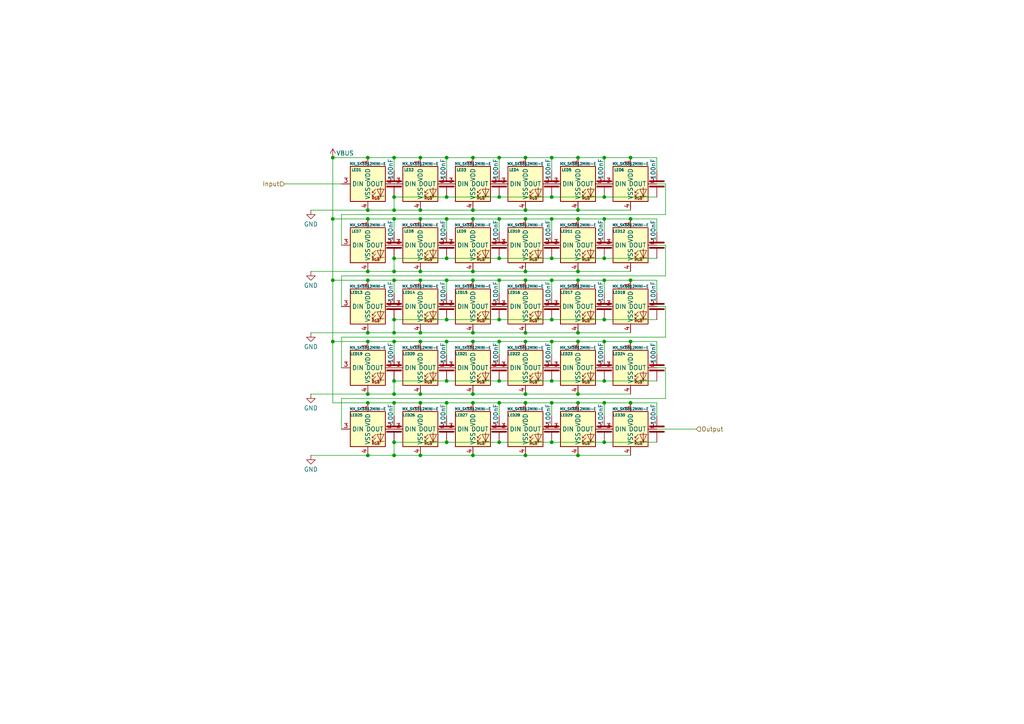
<source format=kicad_sch>
(kicad_sch (version 20250114) (generator "eeschema") (generator_version "9.0")
  (paper "A4")
  (title_block (title "The Interchange Keyboard - Right Module") (date "2025-04-16") (rev "v4.0") (company "Edward Hesketh"))
  (lib_symbols
    (symbol "Device:C" (pin_numbers (hide yes)) (pin_names (offset 0.254))
      (property "Reference" "C" (at 0.635 2.54 0))
      (property "Value" "C" (at 0.635 -2.54 0))
      (symbol "C_0_1"
        (polyline (pts (xy -2.032 0.762) (xy 2.032 0.762)) (stroke (width 0.508)))
        (polyline (pts (xy -2.032 -0.762) (xy 2.032 -0.762)) (stroke (width 0.508)))
      )
      (symbol "C_1_1"
        (pin passive line (at 0 3.81 270) (length 2.794) (name "~") (number "1"))
        (pin passive line (at 0 -3.81 90) (length 2.794) (name "~") (number "2"))
      )
    )
    (symbol "PCM_marbastlib-mx:MX_SK6812MINI-E"
      (property "Reference" "LED" (at 3.175 6.35 0))
      (property "Value" "MX_SK6812MINI-E" (at 10.16 -6.985 0))
      (symbol "MX_SK6812MINI-E_0_0"
        (text "RGB" (at 2.286 -4.191 0) (effects (font (size 0.762 0.762))))
      )
      (symbol "MX_SK6812MINI-E_0_1"
        (rectangle (start -5.08 5.08) (end 5.08 -5.08) (stroke (width 0.254)) (fill (type background)))
        (polyline (pts (xy 1.27 -2.54) (xy 1.778 -2.54)))
        (polyline (pts (xy 1.27 -3.556) (xy 1.778 -3.556)))
        (polyline (pts (xy 2.286 -1.524) (xy 1.27 -2.54) (xy 1.27 -2.032)))
        (polyline (pts (xy 2.286 -2.54) (xy 1.27 -3.556) (xy 1.27 -3.048)))
        (polyline (pts (xy 3.683 -1.016) (xy 3.683 -3.556) (xy 3.683 -4.064)))
        (polyline (pts (xy 4.699 -1.524) (xy 2.667 -1.524) (xy 3.683 -3.556) (xy 4.699 -1.524)))
        (polyline (pts (xy 4.699 -3.556) (xy 2.667 -3.556)))
      )
      (symbol "MX_SK6812MINI-E_1_1"
        (pin input line (at -7.62 0 0) (length 2.54) (name "DIN") (number "3"))
        (pin power_in line (at 0 7.62 270) (length 2.54) (name "VDD") (number "1"))
        (pin power_in line (at 0 -7.62 90) (length 2.54) (name "VSS") (number "4"))
        (pin output line (at 7.62 0 180) (length 2.54) (name "DOUT") (number "2"))
      )
    )
    (symbol "power:GND" (power) (pin_numbers (hide yes)) (pin_names (offset 0) (hide yes))
      (property "Value" "GND" (at 0 -3.81 0))
      (symbol "GND_0_1"
        (polyline (pts (xy 0 0) (xy 0 -1.27) (xy 1.27 -1.27) (xy 0 -2.54) (xy -1.27 -1.27) (xy 0 -1.27)))
      )
      (symbol "GND_1_1"
        (pin power_in line (at 0 0 270) (length 0) (name "~") (number "1"))
      )
    )
    (symbol "power:VBUS" (power) (pin_numbers (hide yes)) (pin_names (offset 0) (hide yes))
      (property "Value" "VBUS" (at 0 3.556 0))
      (symbol "VBUS_0_1"
        (polyline (pts (xy -0.762 1.27) (xy 0 2.54)))
        (polyline (pts (xy 0 2.54) (xy 0.762 1.27)))
        (polyline (pts (xy 0 0) (xy 0 2.54)))
      )
      (symbol "VBUS_1_1"
        (pin power_in line (at 0 0 90) (length 0) (name "~") (number "1"))
      )
    )
  )
  (junction (at 182.88 45.72))
  (junction (at 175.26 57.15))
  (junction (at 106.68 81.28))
  (junction (at 96.52 81.28))
  (junction (at 152.4 99.06))
  (junction (at 152.4 132.08))
  (junction (at 182.88 63.5))
  (junction (at 114.3 78.74))
  (junction (at 121.92 45.72))
  (junction (at 106.68 116.84))
  (junction (at 182.88 81.28))
  (junction (at 129.54 74.93))
  (junction (at 137.16 132.08))
  (junction (at 175.26 63.5))
  (junction (at 144.78 92.71))
  (junction (at 144.78 81.28))
  (junction (at 106.68 114.3))
  (junction (at 167.64 96.52))
  (junction (at 175.26 110.49))
  (junction (at 114.3 92.71))
  (junction (at 152.4 60.96))
  (junction (at 114.3 110.49))
  (junction (at 121.92 132.08))
  (junction (at 160.02 45.72))
  (junction (at 114.3 116.84))
  (junction (at 106.68 63.5))
  (junction (at 160.02 110.49))
  (junction (at 106.68 132.08))
  (junction (at 137.16 116.84))
  (junction (at 129.54 57.15))
  (junction (at 167.64 114.3))
  (junction (at 182.88 116.84))
  (junction (at 175.26 99.06))
  (junction (at 167.64 60.96))
  (junction (at 137.16 63.5))
  (junction (at 129.54 110.49))
  (junction (at 144.78 116.84))
  (junction (at 137.16 99.06))
  (junction (at 160.02 63.5))
  (junction (at 114.3 60.96))
  (junction (at 137.16 96.52))
  (junction (at 152.4 63.5))
  (junction (at 167.64 45.72))
  (junction (at 137.16 114.3))
  (junction (at 114.3 128.27))
  (junction (at 137.16 60.96))
  (junction (at 175.26 128.27))
  (junction (at 96.52 63.5))
  (junction (at 114.3 114.3))
  (junction (at 167.64 81.28))
  (junction (at 182.88 99.06))
  (junction (at 121.92 114.3))
  (junction (at 114.3 81.28))
  (junction (at 114.3 63.5))
  (junction (at 144.78 45.72))
  (junction (at 121.92 99.06))
  (junction (at 121.92 96.52))
  (junction (at 114.3 74.93))
  (junction (at 96.52 99.06))
  (junction (at 175.26 116.84))
  (junction (at 160.02 128.27))
  (junction (at 144.78 128.27))
  (junction (at 121.92 78.74))
  (junction (at 129.54 99.06))
  (junction (at 175.26 74.93))
  (junction (at 167.64 132.08))
  (junction (at 106.68 99.06))
  (junction (at 114.3 96.52))
  (junction (at 175.26 92.71))
  (junction (at 114.3 132.08))
  (junction (at 175.26 81.28))
  (junction (at 167.64 78.74))
  (junction (at 106.68 96.52))
  (junction (at 137.16 45.72))
  (junction (at 144.78 57.15))
  (junction (at 144.78 110.49))
  (junction (at 144.78 74.93))
  (junction (at 160.02 116.84))
  (junction (at 167.64 63.5))
  (junction (at 137.16 78.74))
  (junction (at 152.4 81.28))
  (junction (at 152.4 116.84))
  (junction (at 167.64 116.84))
  (junction (at 106.68 78.74))
  (junction (at 114.3 99.06))
  (junction (at 129.54 92.71))
  (junction (at 144.78 63.5))
  (junction (at 129.54 81.28))
  (junction (at 152.4 45.72))
  (junction (at 129.54 128.27))
  (junction (at 152.4 96.52))
  (junction (at 160.02 74.93))
  (junction (at 167.64 99.06))
  (junction (at 175.26 45.72))
  (junction (at 121.92 81.28))
  (junction (at 129.54 116.84))
  (junction (at 160.02 57.15))
  (junction (at 160.02 92.71))
  (junction (at 121.92 63.5))
  (junction (at 121.92 60.96))
  (junction (at 106.68 45.72))
  (junction (at 160.02 99.06))
  (junction (at 129.54 63.5))
  (junction (at 106.68 60.96))
  (junction (at 129.54 45.72))
  (junction (at 144.78 99.06))
  (junction (at 121.92 116.84))
  (junction (at 114.3 45.72))
  (junction (at 152.4 78.74))
  (junction (at 152.4 114.3))
  (junction (at 114.3 57.15))
  (junction (at 96.52 45.72))
  (junction (at 160.02 81.28))
  (junction (at 137.16 81.28))
  (wire (pts (xy 160.02 116.84) (xy 167.64 116.84)))
  (wire (pts (xy 144.78 92.71) (xy 160.02 92.71)))
  (wire (pts (xy 175.26 99.06) (xy 182.88 99.06)))
  (wire (pts (xy 129.54 67.31) (xy 129.54 63.5)))
  (wire (pts (xy 96.52 45.72) (xy 96.52 63.5)))
  (wire (pts (xy 144.78 45.72) (xy 152.4 45.72)))
  (wire (pts (xy 114.3 110.49) (xy 114.3 114.3)))
  (wire (pts (xy 96.52 81.28) (xy 106.68 81.28)))
  (wire (pts (xy 114.3 67.31) (xy 114.3 63.5)))
  (wire (pts (xy 99.06 62.23) (xy 99.06 71.12)))
  (wire (pts (xy 190.5 102.87) (xy 190.5 99.06)))
  (wire (pts (xy 160.02 45.72) (xy 167.64 45.72)))
  (wire (pts (xy 144.78 81.28) (xy 137.16 81.28)))
  (wire (pts (xy 144.78 116.84) (xy 152.4 116.84)))
  (wire (pts (xy 175.26 102.87) (xy 175.26 99.06)))
  (wire (pts (xy 114.3 116.84) (xy 106.68 116.84)))
  (wire (pts (xy 129.54 99.06) (xy 121.92 99.06)))
  (wire (pts (xy 190.5 49.53) (xy 190.5 45.72)))
  (wire (pts (xy 129.54 85.09) (xy 129.54 81.28)))
  (wire (pts (xy 175.26 128.27) (xy 190.5 128.27)))
  (wire (pts (xy 114.3 120.65) (xy 114.3 116.84)))
  (wire (pts (xy 175.26 63.5) (xy 182.88 63.5)))
  (wire (pts (xy 106.68 114.3) (xy 114.3 114.3)))
  (wire (pts (xy 114.3 116.84) (xy 121.92 116.84)))
  (wire (pts (xy 129.54 81.28) (xy 137.16 81.28)))
  (wire (pts (xy 137.16 78.74) (xy 152.4 78.74)))
  (wire (pts (xy 114.3 81.28) (xy 106.68 81.28)))
  (wire (pts (xy 144.78 63.5) (xy 137.16 63.5)))
  (wire (pts (xy 99.06 80.01) (xy 99.06 88.9)))
  (wire (pts (xy 121.92 78.74) (xy 137.16 78.74)))
  (wire (pts (xy 152.4 96.52) (xy 167.64 96.52)))
  (wire (pts (xy 190.5 67.31) (xy 190.5 63.5)))
  (wire (pts (xy 175.26 92.71) (xy 190.5 92.71)))
  (wire (pts (xy 190.5 45.72) (xy 182.88 45.72)))
  (wire (pts (xy 175.26 120.65) (xy 175.26 116.84)))
  (wire (pts (xy 96.52 99.06) (xy 96.52 116.84)))
  (wire (pts (xy 193.04 53.34) (xy 193.04 62.23)))
  (wire (pts (xy 190.5 88.9) (xy 193.04 88.9)))
  (wire (pts (xy 175.26 49.53) (xy 175.26 45.72)))
  (wire (pts (xy 129.54 116.84) (xy 121.92 116.84)))
  (wire (pts (xy 129.54 45.72) (xy 121.92 45.72)))
  (wire (pts (xy 160.02 99.06) (xy 167.64 99.06)))
  (wire (pts (xy 167.64 78.74) (xy 182.88 78.74)))
  (wire (pts (xy 175.26 63.5) (xy 167.64 63.5)))
  (wire (pts (xy 144.78 57.15) (xy 160.02 57.15)))
  (wire (pts (xy 144.78 128.27) (xy 160.02 128.27)))
  (wire (pts (xy 114.3 63.5) (xy 121.92 63.5)))
  (wire (pts (xy 114.3 78.74) (xy 121.92 78.74)))
  (wire (pts (xy 190.5 71.12) (xy 193.04 71.12)))
  (wire (pts (xy 160.02 49.53) (xy 160.02 45.72)))
  (wire (pts (xy 190.5 120.65) (xy 190.5 116.84)))
  (wire (pts (xy 160.02 81.28) (xy 152.4 81.28)))
  (wire (pts (xy 114.3 114.3) (xy 121.92 114.3)))
  (wire (pts (xy 114.3 57.15) (xy 129.54 57.15)))
  (wire (pts (xy 167.64 114.3) (xy 182.88 114.3)))
  (wire (pts (xy 160.02 92.71) (xy 175.26 92.71)))
  (wire (pts (xy 114.3 74.93) (xy 114.3 78.74)))
  (wire (pts (xy 129.54 128.27) (xy 144.78 128.27)))
  (wire (pts (xy 129.54 81.28) (xy 121.92 81.28)))
  (wire (pts (xy 114.3 63.5) (xy 106.68 63.5)))
  (wire (pts (xy 114.3 128.27) (xy 114.3 132.08)))
  (wire (pts (xy 114.3 99.06) (xy 121.92 99.06)))
  (wire (pts (xy 90.17 132.08) (xy 106.68 132.08)))
  (wire (pts (xy 137.16 132.08) (xy 152.4 132.08)))
  (wire (pts (xy 152.4 114.3) (xy 167.64 114.3)))
  (wire (pts (xy 114.3 45.72) (xy 121.92 45.72)))
  (wire (pts (xy 114.3 85.09) (xy 114.3 81.28)))
  (wire (pts (xy 175.26 85.09) (xy 175.26 81.28)))
  (wire (pts (xy 129.54 110.49) (xy 144.78 110.49)))
  (wire (pts (xy 160.02 81.28) (xy 167.64 81.28)))
  (wire (pts (xy 160.02 57.15) (xy 175.26 57.15)))
  (wire (pts (xy 160.02 110.49) (xy 175.26 110.49)))
  (wire (pts (xy 175.26 110.49) (xy 190.5 110.49)))
  (wire (pts (xy 144.78 85.09) (xy 144.78 81.28)))
  (wire (pts (xy 144.78 116.84) (xy 137.16 116.84)))
  (wire (pts (xy 160.02 120.65) (xy 160.02 116.84)))
  (wire (pts (xy 144.78 67.31) (xy 144.78 63.5)))
  (wire (pts (xy 160.02 102.87) (xy 160.02 99.06)))
  (wire (pts (xy 167.64 60.96) (xy 182.88 60.96)))
  (wire (pts (xy 144.78 49.53) (xy 144.78 45.72)))
  (wire (pts (xy 114.3 96.52) (xy 121.92 96.52)))
  (wire (pts (xy 129.54 63.5) (xy 121.92 63.5)))
  (wire (pts (xy 121.92 96.52) (xy 137.16 96.52)))
  (wire (pts (xy 175.26 99.06) (xy 167.64 99.06)))
  (wire (pts (xy 90.17 78.74) (xy 106.68 78.74)))
  (wire (pts (xy 152.4 78.74) (xy 167.64 78.74)))
  (wire (pts (xy 137.16 60.96) (xy 152.4 60.96)))
  (wire (pts (xy 175.26 45.72) (xy 167.64 45.72)))
  (wire (pts (xy 129.54 92.71) (xy 144.78 92.71)))
  (wire (pts (xy 114.3 45.72) (xy 106.68 45.72)))
  (wire (pts (xy 193.04 62.23) (xy 99.06 62.23)))
  (wire (pts (xy 144.78 63.5) (xy 152.4 63.5)))
  (wire (pts (xy 160.02 63.5) (xy 152.4 63.5)))
  (wire (pts (xy 114.3 49.53) (xy 114.3 45.72)))
  (wire (pts (xy 144.78 99.06) (xy 137.16 99.06)))
  (wire (pts (xy 129.54 102.87) (xy 129.54 99.06)))
  (wire (pts (xy 96.52 116.84) (xy 106.68 116.84)))
  (wire (pts (xy 193.04 71.12) (xy 193.04 80.01)))
  (wire (pts (xy 114.3 128.27) (xy 129.54 128.27)))
  (wire (pts (xy 137.16 114.3) (xy 152.4 114.3)))
  (wire (pts (xy 90.17 114.3) (xy 106.68 114.3)))
  (wire (pts (xy 193.04 106.68) (xy 193.04 115.57)))
  (wire (pts (xy 106.68 78.74) (xy 114.3 78.74)))
  (wire (pts (xy 175.26 74.93) (xy 190.5 74.93)))
  (wire (pts (xy 175.26 81.28) (xy 167.64 81.28)))
  (wire (pts (xy 152.4 60.96) (xy 167.64 60.96)))
  (wire (pts (xy 190.5 99.06) (xy 182.88 99.06)))
  (wire (pts (xy 152.4 132.08) (xy 167.64 132.08)))
  (wire (pts (xy 82.55 53.34) (xy 99.06 53.34)))
  (wire (pts (xy 193.04 88.9) (xy 193.04 97.79)))
  (wire (pts (xy 121.92 114.3) (xy 137.16 114.3)))
  (wire (pts (xy 114.3 102.87) (xy 114.3 99.06)))
  (wire (pts (xy 114.3 92.71) (xy 129.54 92.71)))
  (wire (pts (xy 144.78 45.72) (xy 137.16 45.72)))
  (wire (pts (xy 190.5 124.46) (xy 201.93 124.46)))
  (wire (pts (xy 90.17 96.52) (xy 106.68 96.52)))
  (wire (pts (xy 129.54 99.06) (xy 137.16 99.06)))
  (wire (pts (xy 137.16 96.52) (xy 152.4 96.52)))
  (wire (pts (xy 167.64 132.08) (xy 182.88 132.08)))
  (wire (pts (xy 129.54 74.93) (xy 144.78 74.93)))
  (wire (pts (xy 160.02 74.93) (xy 175.26 74.93)))
  (wire (pts (xy 114.3 60.96) (xy 121.92 60.96)))
  (wire (pts (xy 160.02 99.06) (xy 152.4 99.06)))
  (wire (pts (xy 144.78 120.65) (xy 144.78 116.84)))
  (wire (pts (xy 121.92 60.96) (xy 137.16 60.96)))
  (wire (pts (xy 190.5 53.34) (xy 193.04 53.34)))
  (wire (pts (xy 144.78 81.28) (xy 152.4 81.28)))
  (wire (pts (xy 96.52 63.5) (xy 106.68 63.5)))
  (wire (pts (xy 190.5 85.09) (xy 190.5 81.28)))
  (wire (pts (xy 160.02 67.31) (xy 160.02 63.5)))
  (wire (pts (xy 114.3 132.08) (xy 121.92 132.08)))
  (wire (pts (xy 193.04 80.01) (xy 99.06 80.01)))
  (wire (pts (xy 129.54 45.72) (xy 137.16 45.72)))
  (wire (pts (xy 190.5 106.68) (xy 193.04 106.68)))
  (wire (pts (xy 190.5 63.5) (xy 182.88 63.5)))
  (wire (pts (xy 160.02 85.09) (xy 160.02 81.28)))
  (wire (pts (xy 175.26 67.31) (xy 175.26 63.5)))
  (wire (pts (xy 175.26 116.84) (xy 167.64 116.84)))
  (wire (pts (xy 106.68 96.52) (xy 114.3 96.52)))
  (wire (pts (xy 96.52 99.06) (xy 106.68 99.06)))
  (wire (pts (xy 106.68 60.96) (xy 114.3 60.96)))
  (wire (pts (xy 129.54 116.84) (xy 137.16 116.84)))
  (wire (pts (xy 144.78 102.87) (xy 144.78 99.06)))
  (wire (pts (xy 129.54 57.15) (xy 144.78 57.15)))
  (wire (pts (xy 129.54 120.65) (xy 129.54 116.84)))
  (wire (pts (xy 99.06 115.57) (xy 99.06 124.46)))
  (wire (pts (xy 144.78 74.93) (xy 160.02 74.93)))
  (wire (pts (xy 129.54 49.53) (xy 129.54 45.72)))
  (wire (pts (xy 160.02 116.84) (xy 152.4 116.84)))
  (wire (pts (xy 114.3 110.49) (xy 129.54 110.49)))
  (wire (pts (xy 114.3 99.06) (xy 106.68 99.06)))
  (wire (pts (xy 96.52 81.28) (xy 96.52 99.06)))
  (wire (pts (xy 193.04 115.57) (xy 99.06 115.57)))
  (wire (pts (xy 193.04 97.79) (xy 99.06 97.79)))
  (wire (pts (xy 175.26 45.72) (xy 182.88 45.72)))
  (wire (pts (xy 96.52 63.5) (xy 96.52 81.28)))
  (wire (pts (xy 160.02 128.27) (xy 175.26 128.27)))
  (wire (pts (xy 106.68 132.08) (xy 114.3 132.08)))
  (wire (pts (xy 190.5 116.84) (xy 182.88 116.84)))
  (wire (pts (xy 129.54 63.5) (xy 137.16 63.5)))
  (wire (pts (xy 114.3 81.28) (xy 121.92 81.28)))
  (wire (pts (xy 121.92 132.08) (xy 137.16 132.08)))
  (wire (pts (xy 175.26 116.84) (xy 182.88 116.84)))
  (wire (pts (xy 160.02 45.72) (xy 152.4 45.72)))
  (wire (pts (xy 114.3 57.15) (xy 114.3 60.96)))
  (wire (pts (xy 144.78 99.06) (xy 152.4 99.06)))
  (wire (pts (xy 114.3 74.93) (xy 129.54 74.93)))
  (wire (pts (xy 114.3 92.71) (xy 114.3 96.52)))
  (wire (pts (xy 167.64 96.52) (xy 182.88 96.52)))
  (wire (pts (xy 99.06 97.79) (xy 99.06 106.68)))
  (wire (pts (xy 175.26 81.28) (xy 182.88 81.28)))
  (wire (pts (xy 144.78 110.49) (xy 160.02 110.49)))
  (wire (pts (xy 96.52 45.72) (xy 106.68 45.72)))
  (wire (pts (xy 160.02 63.5) (xy 167.64 63.5)))
  (wire (pts (xy 175.26 57.15) (xy 190.5 57.15)))
  (wire (pts (xy 190.5 81.28) (xy 182.88 81.28)))
  (wire (pts (xy 90.17 60.96) (xy 106.68 60.96)))
  (hierarchical_label "Input" (shape input) (at 82.55 53.34 180))
  (hierarchical_label "Output" (shape input) (at 201.93 124.46 0))
  (symbol (lib_id "Device:C") (at 190.5 53.34 180) (unit 1)
    (property "Reference" "C6" (effects (hide yes)))
    (property "Value" "100nF" (at 189.484 52.07 90) (effects (justify right)))
    (property "Footprint" "Capacitor_SMD:C_0603_1608Metric_Pad1.08x0.95mm_HandSolder" (effects (hide yes)))
    (property "Description" "Unpolarized capacitor" (effects (hide yes)))
  )
  (symbol (lib_id "Device:C") (at 160.02 71.12 180) (unit 1)
    (property "Reference" "C10" (effects (hide yes)))
    (property "Value" "100nF" (at 159.004 69.85 90) (effects (justify right)))
    (property "Footprint" "Capacitor_SMD:C_0603_1608Metric_Pad1.08x0.95mm_HandSolder" (effects (hide yes)))
    (property "Description" "Unpolarized capacitor" (effects (hide yes)))
  )
  (symbol (lib_id "PCM_marbastlib-mx:MX_SK6812MINI-E") (at 167.64 88.9 0) (unit 1)
    (property "Reference" "LED17" (at 164.338 84.836 0) (effects (font (size 0.75 0.75))))
    (property "Value" "MX_SK6812MINI-E" (at 167.64 83.058 0) (effects (font (size 0.75 0.75))))
    (property "Footprint" "CustomFootprints:LED_MX_6028R-ROT_Custom" (effects (hide yes)))
  )
  (symbol (lib_id "PCM_marbastlib-mx:MX_SK6812MINI-E") (at 182.88 88.9 0) (unit 1)
    (property "Reference" "LED18" (at 179.578 84.836 0) (effects (font (size 0.75 0.75))))
    (property "Value" "MX_SK6812MINI-E" (at 182.88 83.058 0) (effects (font (size 0.75 0.75))))
    (property "Footprint" "CustomFootprints:LED_MX_6028R-ROT_Custom" (effects (hide yes)))
  )
  (symbol (lib_id "power:GND") (at 90.17 132.08 0) (unit 1)
    (property "Reference" "#PWR038" (effects (hide yes)))
    (property "Value" "GND" (at 90.17 136.144 0))
  )
  (symbol (lib_id "Device:C") (at 190.5 124.46 180) (unit 1)
    (property "Reference" "C30" (effects (hide yes)))
    (property "Value" "100nF" (at 189.484 123.19 90) (effects (justify right)))
    (property "Footprint" "Capacitor_SMD:C_0603_1608Metric_Pad1.08x0.95mm_HandSolder" (effects (hide yes)))
    (property "Description" "Unpolarized capacitor" (effects (hide yes)))
  )
  (symbol (lib_id "Device:C") (at 175.26 124.46 180) (unit 1)
    (property "Reference" "C29" (effects (hide yes)))
    (property "Value" "100nF" (at 174.244 123.19 90) (effects (justify right)))
    (property "Footprint" "Capacitor_SMD:C_0603_1608Metric_Pad1.08x0.95mm_HandSolder" (effects (hide yes)))
    (property "Description" "Unpolarized capacitor" (effects (hide yes)))
  )
  (symbol (lib_id "Device:C") (at 129.54 53.34 180) (unit 1)
    (property "Reference" "C2" (effects (hide yes)))
    (property "Value" "100nF" (at 128.524 52.07 90) (effects (justify right)))
    (property "Footprint" "Capacitor_SMD:C_0603_1608Metric_Pad1.08x0.95mm_HandSolder" (effects (hide yes)))
    (property "Description" "Unpolarized capacitor" (effects (hide yes)))
  )
  (symbol (lib_id "Device:C") (at 144.78 53.34 180) (unit 1)
    (property "Reference" "C3" (effects (hide yes)))
    (property "Value" "100nF" (at 143.764 52.07 90) (effects (justify right)))
    (property "Footprint" "Capacitor_SMD:C_0603_1608Metric_Pad1.08x0.95mm_HandSolder" (effects (hide yes)))
    (property "Description" "Unpolarized capacitor" (effects (hide yes)))
  )
  (symbol (lib_id "Device:C") (at 160.02 53.34 180) (unit 1)
    (property "Reference" "C4" (effects (hide yes)))
    (property "Value" "100nF" (at 159.004 52.07 90) (effects (justify right)))
    (property "Footprint" "Capacitor_SMD:C_0603_1608Metric_Pad1.08x0.95mm_HandSolder" (effects (hide yes)))
    (property "Description" "Unpolarized capacitor" (effects (hide yes)))
  )
  (symbol (lib_id "Device:C") (at 114.3 106.68 180) (unit 1)
    (property "Reference" "C19" (effects (hide yes)))
    (property "Value" "100nF" (at 113.284 105.41 90) (effects (justify right)))
    (property "Footprint" "Capacitor_SMD:C_0603_1608Metric_Pad1.08x0.95mm_HandSolder" (effects (hide yes)))
    (property "Description" "Unpolarized capacitor" (effects (hide yes)))
  )
  (symbol (lib_id "PCM_marbastlib-mx:MX_SK6812MINI-E") (at 167.64 71.12 0) (unit 1)
    (property "Reference" "LED11" (at 164.338 67.056 0) (effects (font (size 0.75 0.75))))
    (property "Value" "MX_SK6812MINI-E" (at 167.64 65.278 0) (effects (font (size 0.75 0.75))))
    (property "Footprint" "CustomFootprints:LED_MX_6028R-ROT_Custom" (effects (hide yes)))
  )
  (symbol (lib_id "PCM_marbastlib-mx:MX_SK6812MINI-E") (at 137.16 53.34 0) (unit 1)
    (property "Reference" "LED3" (at 133.858 49.276 0) (effects (font (size 0.75 0.75))))
    (property "Value" "MX_SK6812MINI-E" (at 137.16 47.498 0) (effects (font (size 0.75 0.75))))
    (property "Footprint" "CustomFootprints:LED_MX_6028R-ROT_Custom" (effects (hide yes)))
  )
  (symbol (lib_id "PCM_marbastlib-mx:MX_SK6812MINI-E") (at 121.92 71.12 0) (unit 1)
    (property "Reference" "LED8" (at 118.618 67.056 0) (effects (font (size 0.75 0.75))))
    (property "Value" "MX_SK6812MINI-E" (at 121.92 65.278 0) (effects (font (size 0.75 0.75))))
    (property "Footprint" "CustomFootprints:LED_MX_6028R-ROT_Custom" (effects (hide yes)))
  )
  (symbol (lib_id "PCM_marbastlib-mx:MX_SK6812MINI-E") (at 121.92 106.68 0) (unit 1)
    (property "Reference" "LED20" (at 118.618 102.616 0) (effects (font (size 0.75 0.75))))
    (property "Value" "MX_SK6812MINI-E" (at 121.92 100.838 0) (effects (font (size 0.75 0.75))))
    (property "Footprint" "CustomFootprints:LED_MX_6028R-ROT_Custom" (effects (hide yes)))
  )
  (symbol (lib_id "PCM_marbastlib-mx:MX_SK6812MINI-E") (at 137.16 88.9 0) (unit 1)
    (property "Reference" "LED15" (at 133.858 84.836 0) (effects (font (size 0.75 0.75))))
    (property "Value" "MX_SK6812MINI-E" (at 137.16 83.058 0) (effects (font (size 0.75 0.75))))
    (property "Footprint" "CustomFootprints:LED_MX_6028R-ROT_Custom" (effects (hide yes)))
  )
  (symbol (lib_id "PCM_marbastlib-mx:MX_SK6812MINI-E") (at 106.68 88.9 0) (unit 1)
    (property "Reference" "LED13" (at 103.378 84.836 0) (effects (font (size 0.75 0.75))))
    (property "Value" "MX_SK6812MINI-E" (at 106.68 83.058 0) (effects (font (size 0.75 0.75))))
    (property "Footprint" "CustomFootprints:LED_MX_6028R-ROT_Custom" (effects (hide yes)))
  )
  (symbol (lib_id "PCM_marbastlib-mx:MX_SK6812MINI-E") (at 106.68 53.34 0) (unit 1)
    (property "Reference" "LED1" (at 103.378 49.276 0) (effects (font (size 0.75 0.75))))
    (property "Value" "MX_SK6812MINI-E" (at 106.68 47.498 0) (effects (font (size 0.75 0.75))))
    (property "Footprint" "CustomFootprints:LED_MX_6028R-ROT_Custom" (effects (hide yes)))
  )
  (symbol (lib_id "PCM_marbastlib-mx:MX_SK6812MINI-E") (at 152.4 71.12 0) (unit 1)
    (property "Reference" "LED10" (at 149.098 67.056 0) (effects (font (size 0.75 0.75))))
    (property "Value" "MX_SK6812MINI-E" (at 152.4 65.278 0) (effects (font (size 0.75 0.75))))
    (property "Footprint" "CustomFootprints:LED_MX_6028R-ROT_Custom" (effects (hide yes)))
  )
  (symbol (lib_id "Device:C") (at 160.02 124.46 180) (unit 1)
    (property "Reference" "C28" (effects (hide yes)))
    (property "Value" "100nF" (at 159.004 123.19 90) (effects (justify right)))
    (property "Footprint" "Capacitor_SMD:C_0603_1608Metric_Pad1.08x0.95mm_HandSolder" (effects (hide yes)))
    (property "Description" "Unpolarized capacitor" (effects (hide yes)))
  )
  (symbol (lib_id "PCM_marbastlib-mx:MX_SK6812MINI-E") (at 121.92 53.34 0) (unit 1)
    (property "Reference" "LED2" (at 118.618 49.276 0) (effects (font (size 0.75 0.75))))
    (property "Value" "MX_SK6812MINI-E" (at 121.92 47.498 0) (effects (font (size 0.75 0.75))))
    (property "Footprint" "CustomFootprints:LED_MX_6028R-ROT_Custom" (effects (hide yes)))
  )
  (symbol (lib_id "PCM_marbastlib-mx:MX_SK6812MINI-E") (at 167.64 106.68 0) (unit 1)
    (property "Reference" "LED23" (at 164.338 102.616 0) (effects (font (size 0.75 0.75))))
    (property "Value" "MX_SK6812MINI-E" (at 167.64 100.838 0) (effects (font (size 0.75 0.75))))
    (property "Footprint" "CustomFootprints:LED_MX_6028R-ROT_Custom" (effects (hide yes)))
  )
  (symbol (lib_id "PCM_marbastlib-mx:MX_SK6812MINI-E") (at 137.16 71.12 0) (unit 1)
    (property "Reference" "LED9" (at 133.858 67.056 0) (effects (font (size 0.75 0.75))))
    (property "Value" "MX_SK6812MINI-E" (at 137.16 65.278 0) (effects (font (size 0.75 0.75))))
    (property "Footprint" "CustomFootprints:LED_MX_6028R-ROT_Custom" (effects (hide yes)))
  )
  (symbol (lib_id "Device:C") (at 175.26 71.12 180) (unit 1)
    (property "Reference" "C11" (effects (hide yes)))
    (property "Value" "100nF" (at 174.244 69.85 90) (effects (justify right)))
    (property "Footprint" "Capacitor_SMD:C_0603_1608Metric_Pad1.08x0.95mm_HandSolder" (effects (hide yes)))
    (property "Description" "Unpolarized capacitor" (effects (hide yes)))
  )
  (symbol (lib_id "PCM_marbastlib-mx:MX_SK6812MINI-E") (at 152.4 88.9 0) (unit 1)
    (property "Reference" "LED16" (at 149.098 84.836 0) (effects (font (size 0.75 0.75))))
    (property "Value" "MX_SK6812MINI-E" (at 152.4 83.058 0) (effects (font (size 0.75 0.75))))
    (property "Footprint" "CustomFootprints:LED_MX_6028R-ROT_Custom" (effects (hide yes)))
  )
  (symbol (lib_id "Device:C") (at 129.54 124.46 180) (unit 1)
    (property "Reference" "C26" (effects (hide yes)))
    (property "Value" "100nF" (at 128.524 123.19 90) (effects (justify right)))
    (property "Footprint" "Capacitor_SMD:C_0603_1608Metric_Pad1.08x0.95mm_HandSolder" (effects (hide yes)))
    (property "Description" "Unpolarized capacitor" (effects (hide yes)))
  )
  (symbol (lib_id "PCM_marbastlib-mx:MX_SK6812MINI-E") (at 121.92 124.46 0) (unit 1)
    (property "Reference" "LED26" (at 118.618 120.396 0) (effects (font (size 0.75 0.75))))
    (property "Value" "MX_SK6812MINI-E" (at 121.92 118.618 0) (effects (font (size 0.75 0.75))))
    (property "Footprint" "CustomFootprints:LED_MX_6028R-ROT_Custom" (effects (hide yes)))
  )
  (symbol (lib_id "PCM_marbastlib-mx:MX_SK6812MINI-E") (at 137.16 124.46 0) (unit 1)
    (property "Reference" "LED27" (at 133.858 120.396 0) (effects (font (size 0.75 0.75))))
    (property "Value" "MX_SK6812MINI-E" (at 137.16 118.618 0) (effects (font (size 0.75 0.75))))
    (property "Footprint" "CustomFootprints:LED_MX_6028R-ROT_Custom" (effects (hide yes)))
  )
  (symbol (lib_id "Device:C") (at 129.54 88.9 180) (unit 1)
    (property "Reference" "C14" (effects (hide yes)))
    (property "Value" "100nF" (at 128.524 87.63 90) (effects (justify right)))
    (property "Footprint" "Capacitor_SMD:C_0603_1608Metric_Pad1.08x0.95mm_HandSolder" (effects (hide yes)))
    (property "Description" "Unpolarized capacitor" (effects (hide yes)))
  )
  (symbol (lib_id "PCM_marbastlib-mx:MX_SK6812MINI-E") (at 152.4 53.34 0) (unit 1)
    (property "Reference" "LED4" (at 149.098 49.276 0) (effects (font (size 0.75 0.75))))
    (property "Value" "MX_SK6812MINI-E" (at 152.4 47.498 0) (effects (font (size 0.75 0.75))))
    (property "Footprint" "CustomFootprints:LED_MX_6028R-ROT_Custom" (effects (hide yes)))
  )
  (symbol (lib_id "power:VBUS") (at 96.52 45.72 0) (unit 1)
    (property "Reference" "#PWR016" (effects (hide yes)))
    (property "Value" "VBUS" (at 100.076 44.45 0))
    (property "Description" "Power symbol creates a global label with name \"VBUS\"" (effects (hide yes)))
  )
  (symbol (lib_id "PCM_marbastlib-mx:MX_SK6812MINI-E") (at 106.68 71.12 0) (unit 1)
    (property "Reference" "LED7" (at 103.378 67.056 0) (effects (font (size 0.75 0.75))))
    (property "Value" "MX_SK6812MINI-E" (at 106.68 65.278 0) (effects (font (size 0.75 0.75))))
    (property "Footprint" "CustomFootprints:LED_MX_6028R-ROT_Custom" (effects (hide yes)))
  )
  (symbol (lib_id "PCM_marbastlib-mx:MX_SK6812MINI-E") (at 106.68 124.46 0) (unit 1)
    (property "Reference" "LED25" (at 103.378 120.396 0) (effects (font (size 0.75 0.75))))
    (property "Value" "MX_SK6812MINI-E" (at 106.68 118.618 0) (effects (font (size 0.75 0.75))))
    (property "Footprint" "CustomFootprints:LED_MX_6028R-ROT_Custom" (effects (hide yes)))
  )
  (symbol (lib_id "Device:C") (at 190.5 71.12 180) (unit 1)
    (property "Reference" "C12" (effects (hide yes)))
    (property "Value" "100nF" (at 189.484 69.85 90) (effects (justify right)))
    (property "Footprint" "Capacitor_SMD:C_0603_1608Metric_Pad1.08x0.95mm_HandSolder" (effects (hide yes)))
    (property "Description" "Unpolarized capacitor" (effects (hide yes)))
  )
  (symbol (lib_id "PCM_marbastlib-mx:MX_SK6812MINI-E") (at 167.64 124.46 0) (unit 1)
    (property "Reference" "LED29" (at 164.338 120.396 0) (effects (font (size 0.75 0.75))))
    (property "Value" "MX_SK6812MINI-E" (at 167.64 118.618 0) (effects (font (size 0.75 0.75))))
    (property "Footprint" "CustomFootprints:LED_MX_6028R-ROT_Custom" (effects (hide yes)))
  )
  (symbol (lib_id "Device:C") (at 114.3 71.12 180) (unit 1)
    (property "Reference" "C7" (effects (hide yes)))
    (property "Value" "100nF" (at 113.284 69.85 90) (effects (justify right)))
    (property "Footprint" "Capacitor_SMD:C_0603_1608Metric_Pad1.08x0.95mm_HandSolder" (effects (hide yes)))
    (property "Description" "Unpolarized capacitor" (effects (hide yes)))
  )
  (symbol (lib_id "Device:C") (at 144.78 106.68 180) (unit 1)
    (property "Reference" "C21" (effects (hide yes)))
    (property "Value" "100nF" (at 143.764 105.41 90) (effects (justify right)))
    (property "Footprint" "Capacitor_SMD:C_0603_1608Metric_Pad1.08x0.95mm_HandSolder" (effects (hide yes)))
    (property "Description" "Unpolarized capacitor" (effects (hide yes)))
  )
  (symbol (lib_id "Device:C") (at 175.26 106.68 180) (unit 1)
    (property "Reference" "C23" (effects (hide yes)))
    (property "Value" "100nF" (at 174.244 105.41 90) (effects (justify right)))
    (property "Footprint" "Capacitor_SMD:C_0603_1608Metric_Pad1.08x0.95mm_HandSolder" (effects (hide yes)))
    (property "Description" "Unpolarized capacitor" (effects (hide yes)))
  )
  (symbol (lib_id "Device:C") (at 129.54 71.12 180) (unit 1)
    (property "Reference" "C8" (effects (hide yes)))
    (property "Value" "100nF" (at 128.524 69.85 90) (effects (justify right)))
    (property "Footprint" "Capacitor_SMD:C_0603_1608Metric_Pad1.08x0.95mm_HandSolder" (effects (hide yes)))
    (property "Description" "Unpolarized capacitor" (effects (hide yes)))
  )
  (symbol (lib_id "power:GND") (at 90.17 96.52 0) (unit 1)
    (property "Reference" "#PWR027" (effects (hide yes)))
    (property "Value" "GND" (at 90.17 100.584 0))
  )
  (symbol (lib_id "Device:C") (at 114.3 53.34 180) (unit 1)
    (property "Reference" "C1" (effects (hide yes)))
    (property "Value" "100nF" (at 113.284 52.07 90) (effects (justify right)))
    (property "Footprint" "Capacitor_SMD:C_0603_1608Metric_Pad1.08x0.95mm_HandSolder" (effects (hide yes)))
    (property "Description" "Unpolarized capacitor" (effects (hide yes)))
  )
  (symbol (lib_id "Device:C") (at 114.3 88.9 180) (unit 1)
    (property "Reference" "C13" (effects (hide yes)))
    (property "Value" "100nF" (at 113.284 87.63 90) (effects (justify right)))
    (property "Footprint" "Capacitor_SMD:C_0603_1608Metric_Pad1.08x0.95mm_HandSolder" (effects (hide yes)))
    (property "Description" "Unpolarized capacitor" (effects (hide yes)))
  )
  (symbol (lib_id "PCM_marbastlib-mx:MX_SK6812MINI-E") (at 182.88 53.34 0) (unit 1)
    (property "Reference" "LED6" (at 179.578 49.276 0) (effects (font (size 0.75 0.75))))
    (property "Value" "MX_SK6812MINI-E" (at 182.88 47.498 0) (effects (font (size 0.75 0.75))))
    (property "Footprint" "CustomFootprints:LED_MX_6028R-ROT_Custom" (effects (hide yes)))
  )
  (symbol (lib_id "PCM_marbastlib-mx:MX_SK6812MINI-E") (at 152.4 106.68 0) (unit 1)
    (property "Reference" "LED22" (at 149.098 102.616 0) (effects (font (size 0.75 0.75))))
    (property "Value" "MX_SK6812MINI-E" (at 152.4 100.838 0) (effects (font (size 0.75 0.75))))
    (property "Footprint" "CustomFootprints:LED_MX_6028R-ROT_Custom" (effects (hide yes)))
  )
  (symbol (lib_id "PCM_marbastlib-mx:MX_SK6812MINI-E") (at 167.64 53.34 0) (unit 1)
    (property "Reference" "LED5" (at 164.338 49.276 0) (effects (font (size 0.75 0.75))))
    (property "Value" "MX_SK6812MINI-E" (at 167.64 47.498 0) (effects (font (size 0.75 0.75))))
    (property "Footprint" "CustomFootprints:LED_MX_6028R-ROT_Custom" (effects (hide yes)))
  )
  (symbol (lib_id "PCM_marbastlib-mx:MX_SK6812MINI-E") (at 182.88 71.12 0) (unit 1)
    (property "Reference" "LED12" (at 179.578 67.056 0) (effects (font (size 0.75 0.75))))
    (property "Value" "MX_SK6812MINI-E" (at 182.88 65.278 0) (effects (font (size 0.75 0.75))))
    (property "Footprint" "CustomFootprints:LED_MX_6028R-ROT_Custom" (effects (hide yes)))
  )
  (symbol (lib_id "PCM_marbastlib-mx:MX_SK6812MINI-E") (at 106.68 106.68 0) (unit 1)
    (property "Reference" "LED19" (at 103.378 102.616 0) (effects (font (size 0.75 0.75))))
    (property "Value" "MX_SK6812MINI-E" (at 106.68 100.838 0) (effects (font (size 0.75 0.75))))
    (property "Footprint" "CustomFootprints:LED_MX_6028R-ROT_Custom" (effects (hide yes)))
  )
  (symbol (lib_id "Device:C") (at 160.02 88.9 180) (unit 1)
    (property "Reference" "C16" (effects (hide yes)))
    (property "Value" "100nF" (at 159.004 87.63 90) (effects (justify right)))
    (property "Footprint" "Capacitor_SMD:C_0603_1608Metric_Pad1.08x0.95mm_HandSolder" (effects (hide yes)))
    (property "Description" "Unpolarized capacitor" (effects (hide yes)))
  )
  (symbol (lib_id "PCM_marbastlib-mx:MX_SK6812MINI-E") (at 137.16 106.68 0) (unit 1)
    (property "Reference" "LED21" (at 133.858 102.616 0) (effects (font (size 0.75 0.75))))
    (property "Value" "MX_SK6812MINI-E" (at 137.16 100.838 0) (effects (font (size 0.75 0.75))))
    (property "Footprint" "CustomFootprints:LED_MX_6028R-ROT_Custom" (effects (hide yes)))
  )
  (symbol (lib_id "Device:C") (at 144.78 88.9 180) (unit 1)
    (property "Reference" "C15" (effects (hide yes)))
    (property "Value" "100nF" (at 143.764 87.63 90) (effects (justify right)))
    (property "Footprint" "Capacitor_SMD:C_0603_1608Metric_Pad1.08x0.95mm_HandSolder" (effects (hide yes)))
    (property "Description" "Unpolarized capacitor" (effects (hide yes)))
  )
  (symbol (lib_id "PCM_marbastlib-mx:MX_SK6812MINI-E") (at 121.92 88.9 0) (unit 1)
    (property "Reference" "LED14" (at 118.618 84.836 0) (effects (font (size 0.75 0.75))))
    (property "Value" "MX_SK6812MINI-E" (at 121.92 83.058 0) (effects (font (size 0.75 0.75))))
    (property "Footprint" "CustomFootprints:LED_MX_6028R-ROT_Custom" (effects (hide yes)))
  )
  (symbol (lib_id "Device:C") (at 114.3 124.46 180) (unit 1)
    (property "Reference" "C25" (effects (hide yes)))
    (property "Value" "100nF" (at 113.284 123.19 90) (effects (justify right)))
    (property "Footprint" "Capacitor_SMD:C_0603_1608Metric_Pad1.08x0.95mm_HandSolder" (effects (hide yes)))
    (property "Description" "Unpolarized capacitor" (effects (hide yes)))
  )
  (symbol (lib_id "PCM_marbastlib-mx:MX_SK6812MINI-E") (at 182.88 124.46 0) (unit 1)
    (property "Reference" "LED30" (at 179.578 120.396 0) (effects (font (size 0.75 0.75))))
    (property "Value" "MX_SK6812MINI-E" (at 182.88 118.618 0) (effects (font (size 0.75 0.75))))
    (property "Footprint" "CustomFootprints:LED_MX_6028R-ROT_Custom" (effects (hide yes)))
  )
  (symbol (lib_id "Device:C") (at 175.26 88.9 180) (unit 1)
    (property "Reference" "C17" (effects (hide yes)))
    (property "Value" "100nF" (at 174.244 87.63 90) (effects (justify right)))
    (property "Footprint" "Capacitor_SMD:C_0603_1608Metric_Pad1.08x0.95mm_HandSolder" (effects (hide yes)))
    (property "Description" "Unpolarized capacitor" (effects (hide yes)))
  )
  (symbol (lib_id "Device:C") (at 190.5 88.9 180) (unit 1)
    (property "Reference" "C18" (effects (hide yes)))
    (property "Value" "100nF" (at 189.484 87.63 90) (effects (justify right)))
    (property "Footprint" "Capacitor_SMD:C_0603_1608Metric_Pad1.08x0.95mm_HandSolder" (effects (hide yes)))
    (property "Description" "Unpolarized capacitor" (effects (hide yes)))
  )
  (symbol (lib_id "power:GND") (at 90.17 114.3 0) (unit 1)
    (property "Reference" "#PWR032" (effects (hide yes)))
    (property "Value" "GND" (at 90.17 118.364 0))
  )
  (symbol (lib_id "power:GND") (at 90.17 60.96 0) (unit 1)
    (property "Reference" "#PWR019" (effects (hide yes)))
    (property "Value" "GND" (at 90.17 65.024 0))
  )
  (symbol (lib_id "PCM_marbastlib-mx:MX_SK6812MINI-E") (at 182.88 106.68 0) (unit 1)
    (property "Reference" "LED24" (at 179.578 102.616 0) (effects (font (size 0.75 0.75))))
    (property "Value" "MX_SK6812MINI-E" (at 182.88 100.838 0) (effects (font (size 0.75 0.75))))
    (property "Footprint" "CustomFootprints:LED_MX_6028R-ROT_Custom" (effects (hide yes)))
  )
  (symbol (lib_id "Device:C") (at 160.02 106.68 180) (unit 1)
    (property "Reference" "C22" (effects (hide yes)))
    (property "Value" "100nF" (at 159.004 105.41 90) (effects (justify right)))
    (property "Footprint" "Capacitor_SMD:C_0603_1608Metric_Pad1.08x0.95mm_HandSolder" (effects (hide yes)))
    (property "Description" "Unpolarized capacitor" (effects (hide yes)))
  )
  (symbol (lib_id "Device:C") (at 175.26 53.34 180) (unit 1)
    (property "Reference" "C5" (effects (hide yes)))
    (property "Value" "100nF" (at 174.244 52.07 90) (effects (justify right)))
    (property "Footprint" "Capacitor_SMD:C_0603_1608Metric_Pad1.08x0.95mm_HandSolder" (effects (hide yes)))
    (property "Description" "Unpolarized capacitor" (effects (hide yes)))
  )
  (symbol (lib_id "Device:C") (at 190.5 106.68 180) (unit 1)
    (property "Reference" "C24" (effects (hide yes)))
    (property "Value" "100nF" (at 189.484 105.41 90) (effects (justify right)))
    (property "Footprint" "Capacitor_SMD:C_0603_1608Metric_Pad1.08x0.95mm_HandSolder" (effects (hide yes)))
    (property "Description" "Unpolarized capacitor" (effects (hide yes)))
  )
  (symbol (lib_id "Device:C") (at 129.54 106.68 180) (unit 1)
    (property "Reference" "C20" (effects (hide yes)))
    (property "Value" "100nF" (at 128.524 105.41 90) (effects (justify right)))
    (property "Footprint" "Capacitor_SMD:C_0603_1608Metric_Pad1.08x0.95mm_HandSolder" (effects (hide yes)))
    (property "Description" "Unpolarized capacitor" (effects (hide yes)))
  )
  (symbol (lib_id "PCM_marbastlib-mx:MX_SK6812MINI-E") (at 152.4 124.46 0) (unit 1)
    (property "Reference" "LED28" (at 149.098 120.396 0) (effects (font (size 0.75 0.75))))
    (property "Value" "MX_SK6812MINI-E" (at 152.4 118.618 0) (effects (font (size 0.75 0.75))))
    (property "Footprint" "CustomFootprints:LED_MX_6028R-ROT_Custom" (effects (hide yes)))
  )
  (symbol (lib_id "Device:C") (at 144.78 124.46 180) (unit 1)
    (property "Reference" "C27" (effects (hide yes)))
    (property "Value" "100nF" (at 143.764 123.19 90) (effects (justify right)))
    (property "Footprint" "Capacitor_SMD:C_0603_1608Metric_Pad1.08x0.95mm_HandSolder" (effects (hide yes)))
    (property "Description" "Unpolarized capacitor" (effects (hide yes)))
  )
  (symbol (lib_id "Device:C") (at 144.78 71.12 180) (unit 1)
    (property "Reference" "C9" (effects (hide yes)))
    (property "Value" "100nF" (at 143.764 69.85 90) (effects (justify right)))
    (property "Footprint" "Capacitor_SMD:C_0603_1608Metric_Pad1.08x0.95mm_HandSolder" (effects (hide yes)))
    (property "Description" "Unpolarized capacitor" (effects (hide yes)))
  )
  (symbol (lib_id "power:GND") (at 90.17 78.74 0) (unit 1)
    (property "Reference" "#PWR024" (effects (hide yes)))
    (property "Value" "GND" (at 90.17 82.804 0))
  )
)
</source>
